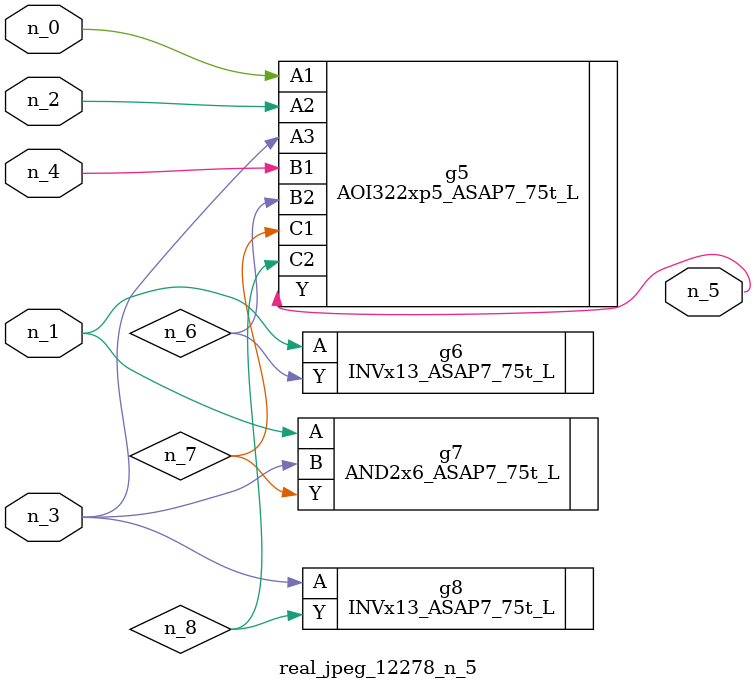
<source format=v>
module real_jpeg_12278_n_5 (n_4, n_0, n_1, n_2, n_3, n_5);

input n_4;
input n_0;
input n_1;
input n_2;
input n_3;

output n_5;

wire n_8;
wire n_6;
wire n_7;

AOI322xp5_ASAP7_75t_L g5 ( 
.A1(n_0),
.A2(n_2),
.A3(n_3),
.B1(n_4),
.B2(n_6),
.C1(n_7),
.C2(n_8),
.Y(n_5)
);

INVx13_ASAP7_75t_L g6 ( 
.A(n_1),
.Y(n_6)
);

AND2x6_ASAP7_75t_L g7 ( 
.A(n_1),
.B(n_3),
.Y(n_7)
);

INVx13_ASAP7_75t_L g8 ( 
.A(n_3),
.Y(n_8)
);


endmodule
</source>
